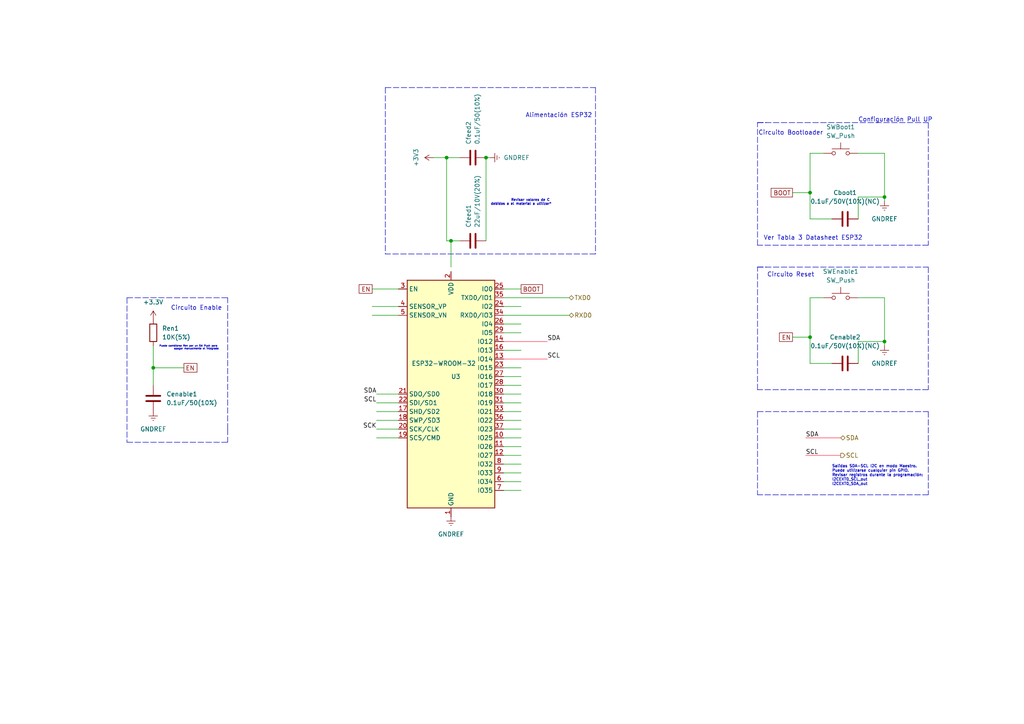
<source format=kicad_sch>
(kicad_sch (version 20211123) (generator eeschema)
  (paper "A4")
  (lib_symbols
    (symbol "+3.3V_1" (power) (pin_names (offset 0))
      (property "Value" "+3.3V_1" (at 0 3.556 0))
      (symbol "+3.3V_1_0_1"
        (polyline (pts (xy -0.762 1.27) (xy 0 2.54)))
        (polyline (pts (xy 0 0) (xy 0 2.54)))
        (polyline (pts (xy 0 2.54) (xy 0.762 1.27)))
      )
      (symbol "+3.3V_1_1_1"
        (pin power_in line (at 0 0 90) (length 0) hide (name "+3.3V") (number "1"))
      )
    )
    (symbol "Device:C" (pin_numbers hide) (pin_names (offset 0.254))
      (property "Reference" "C" (at 0.635 2.54 0))
      (property "Value" "C" (at 0.635 -2.54 0))
      (symbol "C_0_1"
        (polyline (pts (xy -2.032 -0.762) (xy 2.032 -0.762)) (stroke (width 0.508)))
        (polyline (pts (xy -2.032 0.762) (xy 2.032 0.762)) (stroke (width 0.508)))
      )
      (symbol "C_1_1"
        (pin passive line (at 0 3.81 270) (length 2.794) (name "~") (number "1"))
        (pin passive line (at 0 -3.81 90) (length 2.794) (name "~") (number "2"))
      )
    )
    (symbol "Device:R" (pin_numbers hide) (pin_names (offset 0))
      (property "Reference" "R" (at 2.032 0 90))
      (property "Value" "R" (at 0 0 90))
      (symbol "R_0_1"
        (rectangle (start -1.016 -2.54) (end 1.016 2.54) (stroke (width 0.254)))
      )
      (symbol "R_1_1"
        (pin passive line (at 0 3.81 270) (length 1.27) (name "~") (number "1"))
        (pin passive line (at 0 -3.81 90) (length 1.27) (name "~") (number "2"))
      )
    )
    (symbol "RF_Module:ESP32-WROOM-32"
      (property "Reference" "U" (at -12.7 34.29 0))
      (property "Value" "ESP32-WROOM-32" (at 1.27 34.29 0))
      (symbol "ESP32-WROOM-32_0_1"
        (rectangle (start -12.7 33.02) (end 12.7 -33.02) (stroke (width 0.254)) (fill (type background)))
      )
      (symbol "ESP32-WROOM-32_1_1"
        (pin power_in line (at 0 -35.56 90) (length 2.54) (name "GND") (number "1"))
        (pin bidirectional line (at 15.24 -12.7 180) (length 2.54) (name "IO25") (number "10"))
        (pin bidirectional line (at 15.24 -15.24 180) (length 2.54) (name "IO26") (number "11"))
        (pin bidirectional line (at 15.24 -17.78 180) (length 2.54) (name "IO27") (number "12"))
        (pin bidirectional line (at 15.24 10.16 180) (length 2.54) (name "IO14") (number "13"))
        (pin bidirectional line (at 15.24 15.24 180) (length 2.54) (name "IO12") (number "14"))
        (pin passive line (at 0 -35.56 90) (length 2.54) hide (name "GND") (number "15"))
        (pin bidirectional line (at 15.24 12.7 180) (length 2.54) (name "IO13") (number "16"))
        (pin bidirectional line (at -15.24 -5.08 0) (length 2.54) (name "SHD/SD2") (number "17"))
        (pin bidirectional line (at -15.24 -7.62 0) (length 2.54) (name "SWP/SD3") (number "18"))
        (pin bidirectional line (at -15.24 -12.7 0) (length 2.54) (name "SCS/CMD") (number "19"))
        (pin power_in line (at 0 35.56 270) (length 2.54) (name "VDD") (number "2"))
        (pin bidirectional line (at -15.24 -10.16 0) (length 2.54) (name "SCK/CLK") (number "20"))
        (pin bidirectional line (at -15.24 0 0) (length 2.54) (name "SDO/SD0") (number "21"))
        (pin bidirectional line (at -15.24 -2.54 0) (length 2.54) (name "SDI/SD1") (number "22"))
        (pin bidirectional line (at 15.24 7.62 180) (length 2.54) (name "IO15") (number "23"))
        (pin bidirectional line (at 15.24 25.4 180) (length 2.54) (name "IO2") (number "24"))
        (pin bidirectional line (at 15.24 30.48 180) (length 2.54) (name "IO0") (number "25"))
        (pin bidirectional line (at 15.24 20.32 180) (length 2.54) (name "IO4") (number "26"))
        (pin bidirectional line (at 15.24 5.08 180) (length 2.54) (name "IO16") (number "27"))
        (pin bidirectional line (at 15.24 2.54 180) (length 2.54) (name "IO17") (number "28"))
        (pin bidirectional line (at 15.24 17.78 180) (length 2.54) (name "IO5") (number "29"))
        (pin input line (at -15.24 30.48 0) (length 2.54) (name "EN") (number "3"))
        (pin bidirectional line (at 15.24 0 180) (length 2.54) (name "IO18") (number "30"))
        (pin bidirectional line (at 15.24 -2.54 180) (length 2.54) (name "IO19") (number "31"))
        (pin no_connect line (at -12.7 -27.94 0) (length 2.54) hide (name "NC") (number "32"))
        (pin bidirectional line (at 15.24 -5.08 180) (length 2.54) (name "IO21") (number "33"))
        (pin bidirectional line (at 15.24 22.86 180) (length 2.54) (name "RXD0/IO3") (number "34"))
        (pin bidirectional line (at 15.24 27.94 180) (length 2.54) (name "TXD0/IO1") (number "35"))
        (pin bidirectional line (at 15.24 -7.62 180) (length 2.54) (name "IO22") (number "36"))
        (pin bidirectional line (at 15.24 -10.16 180) (length 2.54) (name "IO23") (number "37"))
        (pin passive line (at 0 -35.56 90) (length 2.54) hide (name "GND") (number "38"))
        (pin passive line (at 0 -35.56 90) (length 2.54) hide (name "GND") (number "39"))
        (pin input line (at -15.24 25.4 0) (length 2.54) (name "SENSOR_VP") (number "4"))
        (pin input line (at -15.24 22.86 0) (length 2.54) (name "SENSOR_VN") (number "5"))
        (pin input line (at 15.24 -25.4 180) (length 2.54) (name "IO34") (number "6"))
        (pin input line (at 15.24 -27.94 180) (length 2.54) (name "IO35") (number "7"))
        (pin bidirectional line (at 15.24 -20.32 180) (length 2.54) (name "IO32") (number "8"))
        (pin bidirectional line (at 15.24 -22.86 180) (length 2.54) (name "IO33") (number "9"))
      )
    )
    (symbol "Switch:SW_Push" (pin_numbers hide) (pin_names (offset 1.016) hide)
      (property "Reference" "SW" (at 1.27 2.54 0))
      (property "Value" "SW_Push" (at 0 -1.524 0))
      (symbol "SW_Push_0_1"
        (circle (center -2.032 0) (radius 0.508))
        (polyline (pts (xy 0 1.27) (xy 0 3.048)))
        (polyline (pts (xy 2.54 1.27) (xy -2.54 1.27)))
        (circle (center 2.032 0) (radius 0.508))
        (pin passive line (at -5.08 0 0) (length 2.54) (name "1") (number "1"))
        (pin passive line (at 5.08 0 180) (length 2.54) (name "2") (number "2"))
      )
    )
    (symbol "power:+3.3V" (power) (pin_names (offset 0))
      (property "Value" "+3.3V" (at 0 3.556 0))
      (symbol "+3.3V_0_1"
        (polyline (pts (xy -0.762 1.27) (xy 0 2.54)))
        (polyline (pts (xy 0 0) (xy 0 2.54)))
        (polyline (pts (xy 0 2.54) (xy 0.762 1.27)))
      )
      (symbol "+3.3V_1_1"
        (pin power_in line (at 0 0 90) (length 0) hide (name "+3V3") (number "1"))
      )
    )
    (symbol "power:GNDREF" (power) (pin_names (offset 0))
      (property "Value" "GNDREF" (at 0 -3.81 0))
      (symbol "GNDREF_0_1"
        (polyline (pts (xy -0.635 -1.905) (xy 0.635 -1.905)))
        (polyline (pts (xy -0.127 -2.54) (xy 0.127 -2.54)))
        (polyline (pts (xy 0 -1.27) (xy 0 0)))
        (polyline (pts (xy 1.27 -1.27) (xy -1.27 -1.27)))
      )
      (symbol "GNDREF_1_1"
        (pin power_in line (at 0 0 270) (length 0) hide (name "GNDREF") (number "1"))
      )
    )
  )
  (junction (at 256.54 57.15))
  (junction (at 234.95 97.79))
  (junction (at 256.54 99.06))
  (junction (at 234.95 55.88))
  (junction (at 140.97 45.72))
  (junction (at 44.45 106.68))
  (junction (at 129.54 45.72))
  (junction (at 130.81 69.85))
  (wire (pts (xy 248.92 44.45) (xy 256.54 44.45)))
  (wire (pts (xy 130.81 77.47) (xy 130.81 69.85)))
  (wire (pts (xy 146.05 114.3) (xy 151.13 114.3)))
  (polyline (pts (xy 36.83 86.36) (xy 36.83 128.27)))
  (wire (pts (xy 107.95 83.82) (xy 115.57 83.82)))
  (polyline (pts (xy 172.72 73.66) (xy 111.76 73.66)))
  (wire (pts (xy 234.95 97.79) (xy 234.95 105.41)))
  (polyline (pts (xy 219.71 113.03) (xy 219.71 77.47)))
  (polyline (pts (xy 66.04 124.46) (xy 66.04 86.36)))
  (wire (pts (xy 256.54 86.36) (xy 256.54 99.06)))
  (wire (pts (xy 256.54 44.45) (xy 256.54 57.15)))
  (wire (pts (xy 146.05 99.06) (xy 158.75 99.06)) (stroke (width 0) (color 255 40 67 1)))
  (polyline (pts (xy 219.71 35.56) (xy 222.25 35.56)))
  (wire (pts (xy 125.73 45.72) (xy 129.54 45.72)))
  (wire (pts (xy 109.22 121.92) (xy 115.57 121.92)))
  (wire (pts (xy 234.95 44.45) (xy 238.76 44.45)))
  (polyline (pts (xy 36.83 86.36) (xy 66.04 86.36)))
  (wire (pts (xy 109.22 116.84) (xy 115.57 116.84)))
  (wire (pts (xy 142.24 45.72) (xy 140.97 45.72)))
  (wire (pts (xy 146.05 129.54) (xy 151.13 129.54)))
  (polyline (pts (xy 219.71 77.47) (xy 222.25 77.47)))
  (wire (pts (xy 234.95 86.36) (xy 238.76 86.36)))
  (wire (pts (xy 146.05 106.68) (xy 151.13 106.68)))
  (polyline (pts (xy 269.24 71.12) (xy 219.71 71.12)))
  (wire (pts (xy 109.22 114.3) (xy 115.57 114.3)))
  (wire (pts (xy 146.05 142.24) (xy 151.13 142.24)))
  (wire (pts (xy 234.95 44.45) (xy 234.95 55.88)))
  (wire (pts (xy 146.05 132.08) (xy 151.13 132.08)))
  (polyline (pts (xy 111.76 25.4) (xy 172.72 25.4)))
  (wire (pts (xy 146.05 109.22) (xy 151.13 109.22)))
  (wire (pts (xy 146.05 96.52) (xy 151.13 96.52)))
  (wire (pts (xy 146.05 137.16) (xy 151.13 137.16)))
  (polyline (pts (xy 111.76 25.4) (xy 111.76 73.66)))
  (wire (pts (xy 146.05 127) (xy 151.13 127)))
  (polyline (pts (xy 172.72 25.4) (xy 172.72 73.66)))
  (wire (pts (xy 229.87 55.88) (xy 234.95 55.88)))
  (wire (pts (xy 129.54 69.85) (xy 129.54 45.72)))
  (wire (pts (xy 248.92 86.36) (xy 256.54 86.36)))
  (polyline (pts (xy 269.24 35.56) (xy 269.24 71.12)))
  (polyline (pts (xy 219.71 77.47) (xy 269.24 77.47)))
  (polyline (pts (xy 269.24 77.47) (xy 269.24 113.03)))
  (wire (pts (xy 107.95 88.9) (xy 115.57 88.9)))
  (wire (pts (xy 234.95 55.88) (xy 234.95 63.5)))
  (wire (pts (xy 107.95 91.44) (xy 115.57 91.44)))
  (polyline (pts (xy 219.71 119.38) (xy 219.71 143.51)))
  (wire (pts (xy 44.45 106.68) (xy 44.45 111.76)))
  (wire (pts (xy 146.05 88.9) (xy 151.13 88.9)))
  (polyline (pts (xy 269.24 119.38) (xy 269.24 143.51)))
  (polyline (pts (xy 219.71 119.38) (xy 269.24 119.38)))
  (wire (pts (xy 234.95 86.36) (xy 234.95 97.79)))
  (wire (pts (xy 234.95 63.5) (xy 241.3 63.5)))
  (wire (pts (xy 129.54 69.85) (xy 130.81 69.85)))
  (wire (pts (xy 146.05 121.92) (xy 151.13 121.92)))
  (wire (pts (xy 256.54 57.15) (xy 256.54 58.42)))
  (wire (pts (xy 233.68 127) (xy 243.84 127)) (stroke (width 0) (color 255 40 67 1)))
  (wire (pts (xy 248.92 57.15) (xy 256.54 57.15)))
  (wire (pts (xy 146.05 134.62) (xy 151.13 134.62)))
  (wire (pts (xy 109.22 119.38) (xy 115.57 119.38)))
  (wire (pts (xy 146.05 119.38) (xy 151.13 119.38)))
  (wire (pts (xy 146.05 124.46) (xy 151.13 124.46)))
  (wire (pts (xy 146.05 116.84) (xy 151.13 116.84)))
  (wire (pts (xy 109.22 124.46) (xy 115.57 124.46)))
  (wire (pts (xy 146.05 83.82) (xy 151.13 83.82)))
  (wire (pts (xy 233.68 132.08) (xy 243.84 132.08)) (stroke (width 0) (color 255 40 67 1)))
  (wire (pts (xy 133.35 45.72) (xy 129.54 45.72)))
  (wire (pts (xy 109.22 127) (xy 115.57 127)))
  (wire (pts (xy 146.05 139.7) (xy 151.13 139.7)))
  (polyline (pts (xy 219.71 35.56) (xy 269.24 35.56)))
  (polyline (pts (xy 36.83 128.27) (xy 66.04 128.27)))
  (wire (pts (xy 229.87 97.79) (xy 234.95 97.79)))
  (wire (pts (xy 146.05 91.44) (xy 165.1 91.44)))
  (wire (pts (xy 44.45 100.33) (xy 44.45 106.68)))
  (wire (pts (xy 146.05 104.14) (xy 158.75 104.14)) (stroke (width 0) (color 255 40 67 1)))
  (wire (pts (xy 146.05 111.76) (xy 151.13 111.76)))
  (wire (pts (xy 44.45 106.68) (xy 53.34 106.68)))
  (wire (pts (xy 234.95 105.41) (xy 241.3 105.41)))
  (polyline (pts (xy 269.24 143.51) (xy 219.71 143.51)))
  (wire (pts (xy 248.92 63.5) (xy 248.92 57.15)))
  (wire (pts (xy 140.97 69.85) (xy 140.97 45.72)))
  (wire (pts (xy 248.92 99.06) (xy 256.54 99.06)))
  (wire (pts (xy 248.92 105.41) (xy 248.92 99.06)))
  (polyline (pts (xy 269.24 113.03) (xy 219.71 113.03)))
  (polyline (pts (xy 66.04 124.46) (xy 66.04 128.27)))
  (polyline (pts (xy 219.71 71.12) (xy 219.71 35.56)))
  (wire (pts (xy 146.05 86.36) (xy 165.1 86.36)))
  (wire (pts (xy 256.54 99.06) (xy 256.54 100.33)))
  (wire (pts (xy 146.05 93.98) (xy 151.13 93.98)))
  (wire (pts (xy 130.81 69.85) (xy 133.35 69.85)))
  (wire (pts (xy 146.05 101.6) (xy 151.13 101.6)))
  (text "Alimentación ESP32\n" (at 152.4 34.29 0) (effects (font (size 1.27 1.27)) (justify left bottom)))
  (text "Puede cambiarse Ren por un SW Push para \napagar manualmente el integrado" (at 63.5 101.6 180) (effects (font (size 0.5 0.5)) (justify right bottom)))
  (text "Circuito Reset\n\n" (at 236.22 82.55 180) (effects (font (size 1.27 1.27)) (justify right bottom)))
  (text "Ver Tabla 3 Datasheet ESP32\n" (at 250.19 69.85 180) (effects (font (size 1.27 1.27)) (justify right bottom)))
  (text "Circuito Enable" (at 49.53 90.17 0) (effects (font (size 1.27 1.27)) (justify left bottom)))
  (text "Configuración Pull UP\n" (at 270.51 35.56 180) (effects (font (size 1.27 1.27)) (justify right bottom)))
  (text "Circuito Bootloader\n" (at 238.76 39.37 180) (effects (font (size 1.27 1.27)) (justify right bottom)))
  (text "Revisar valores de C \ndebidos a el material a utilizar*\n" (at 160.02 59.69 180) (effects (font (size 0.7 0.7)) (justify right bottom)))
  (text "Salidas SDA-SCL I2C en modo Maestro.\nPuede utilizarse cualquier pin GPIO.\nRevisar registros durante la programación:\nI2CEXT0_SCL_out\nI2CEXT0_SDA_out" (at 241.3 140.97 0) (effects (font (size 0.8 0.8)) (justify left bottom)))
  (label "SCK" (at 109.22 124.46 180))
  (label "SDA" (at 109.22 114.3 180))
  (label "SCL" (at 233.68 132.08 0))
  (label "SDA" (at 158.75 99.06 0))
  (label "SCL" (at 109.22 116.84 180))
  (label "SDA" (at 233.68 127 0))
  (label "SCL" (at 158.75 104.14 0))
  (global_label "EN" (shape passive) (at 53.34 106.68 0) (property "Intersheet References" "${INTERSHEET_REFS}" (effects hide)))
  (global_label "BOOT" (shape passive) (at 229.87 55.88 180) (property "Intersheet References" "${INTERSHEET_REFS}" (effects hide)))
  (global_label "EN" (shape passive) (at 107.95 83.82 180) (property "Intersheet References" "${INTERSHEET_REFS}" (effects hide)))
  (global_label "BOOT" (shape passive) (at 151.13 83.82 0) (property "Intersheet References" "${INTERSHEET_REFS}" (effects hide)))
  (global_label "EN" (shape passive) (at 229.87 97.79 180) (property "Intersheet References" "${INTERSHEET_REFS}" (effects hide)))
  (hierarchical_label "TXD0" (shape bidirectional) (at 165.1 86.36 0))
  (hierarchical_label "RXD0" (shape bidirectional) (at 165.1 91.44 0))
  (hierarchical_label "SCL" (shape output) (at 243.84 132.08 0))
  (hierarchical_label "SDA" (shape bidirectional) (at 243.84 127 0))
  (symbol (lib_id "power:GNDREF") (at 256.54 58.42 0) (unit 1)
    (property "Reference" "#PWR0115" (effects hide))
    (property "Value" "GNDREF" (at 256.54 63.5 0))
  )
  (symbol (lib_name "+3.3V_1") (lib_id "power:+3.3V") (at 44.45 92.71 0) (unit 1)
    (property "Reference" "#PWR0113" (effects hide))
    (property "Value" "+3.3V" (at 44.45 87.63 0))
  )
  (symbol (lib_id "power:GNDREF") (at 256.54 100.33 0) (unit 1)
    (property "Reference" "#PWR0129" (effects hide))
    (property "Value" "GNDREF" (at 256.54 105.41 0))
  )
  (symbol (lib_id "Switch:SW_Push") (at 243.84 44.45 0) (unit 1)
    (property "Reference" "SWBoot1" (at 243.84 36.83 0))
    (property "Value" "SW_Push" (at 243.84 39.37 0))
    (property "Footprint" "Button_Switch_SMD:SW_Push_1P1T_NO_6x6mm_H9.5mm" (effects hide))
  )
  (symbol (lib_id "Device:C") (at 245.11 105.41 90) (unit 1)
    (property "Reference" "Cenable2" (at 245.11 97.79 90))
    (property "Value" "0.1uF/50V(10%)(NC)" (at 245.11 100.33 90))
    (property "Footprint" "Capacitor_SMD:C_0805_2012Metric_Pad1.18x1.45mm_HandSolder" (effects hide))
  )
  (symbol (lib_id "Device:R") (at 44.45 96.52 0) (unit 1)
    (property "Reference" "Ren1" (at 46.99 95.2499 0) (effects (justify left)))
    (property "Value" "10K(5%)" (at 46.99 97.7899 0) (effects (justify left)))
    (property "Footprint" "Resistor_SMD:R_0805_2012Metric_Pad1.20x1.40mm_HandSolder" (effects hide))
  )
  (symbol (lib_id "Device:C") (at 137.16 45.72 270) (unit 1)
    (property "Reference" "Cfeed2" (at 135.8899 41.91 0) (effects (justify right)))
    (property "Value" "0.1uF/50(10%)" (at 138.4299 41.91 0) (effects (justify right)))
    (property "Footprint" "Capacitor_SMD:C_0805_2012Metric_Pad1.18x1.45mm_HandSolder" (effects hide))
  )
  (symbol (lib_id "power:+3.3V") (at 125.73 45.72 90) (unit 1)
    (property "Reference" "#PWR0111" (effects hide))
    (property "Value" "+3.3V" (at 120.65 45.72 0))
  )
  (symbol (lib_id "Switch:SW_Push") (at 243.84 86.36 0) (unit 1)
    (property "Reference" "SWEnable1" (at 243.84 78.74 0))
    (property "Value" "SW_Push" (at 243.84 81.28 0))
    (property "Footprint" "Button_Switch_SMD:SW_Push_1P1T_NO_6x6mm_H9.5mm" (effects hide))
  )
  (symbol (lib_id "power:GNDREF") (at 142.24 45.72 90) (unit 1)
    (property "Reference" "#PWR0110" (effects hide))
    (property "Value" "GNDREF" (at 146.05 45.7199 90) (effects (justify right)))
  )
  (symbol (lib_id "power:GNDREF") (at 130.81 149.86 0) (unit 1)
    (property "Reference" "#PWR0112" (effects hide))
    (property "Value" "GNDREF" (at 130.81 154.94 0))
  )
  (symbol (lib_id "Device:C") (at 137.16 69.85 90) (unit 1)
    (property "Reference" "Cfeed1" (at 135.8899 66.04 0) (effects (justify left)))
    (property "Value" "22uF/10V(20%)" (at 138.4299 66.04 0) (effects (justify left)))
    (property "Footprint" "Capacitor_SMD:C_0805_2012Metric_Pad1.18x1.45mm_HandSolder" (effects hide))
  )
  (symbol (lib_id "power:GNDREF") (at 44.45 119.38 0) (unit 1)
    (property "Reference" "#PWR0114" (effects hide))
    (property "Value" "GNDREF" (at 44.45 124.46 0))
  )
  (symbol (lib_id "Device:C") (at 245.11 63.5 90) (unit 1)
    (property "Reference" "Cboot1" (at 245.11 55.88 90))
    (property "Value" "0.1uF/50V(10%)(NC)" (at 245.11 58.42 90))
    (property "Footprint" "Capacitor_SMD:C_0805_2012Metric_Pad1.18x1.45mm_HandSolder" (effects hide))
  )
  (symbol (lib_id "Device:C") (at 44.45 115.57 180) (unit 1)
    (property "Reference" "Cenable1" (at 48.26 114.2999 0) (effects (justify right)))
    (property "Value" "0.1uF/50(10%)" (at 48.26 116.8399 0) (effects (justify right)))
    (property "Footprint" "Capacitor_SMD:C_0805_2012Metric_Pad1.18x1.45mm_HandSolder" (effects hide))
  )
  (symbol (lib_id "RF_Module:ESP32-WROOM-32") (at 130.81 114.3 0) (unit 1)
    (property "Reference" "U3" (at 130.81 109.22 0) (effects (justify left)))
    (property "Value" "ESP32-WROOM-32" (at 119.38 105.41 0) (effects (justify left)))
    (property "Footprint" "RF_Module:ESP32-WROOM-32" (effects hide))
    (property "Datasheet" "https://www.espressif.com/sites/default/files/documentation/esp32-wroom-32_datasheet_en.pdf" (effects hide))
  )
)
</source>
